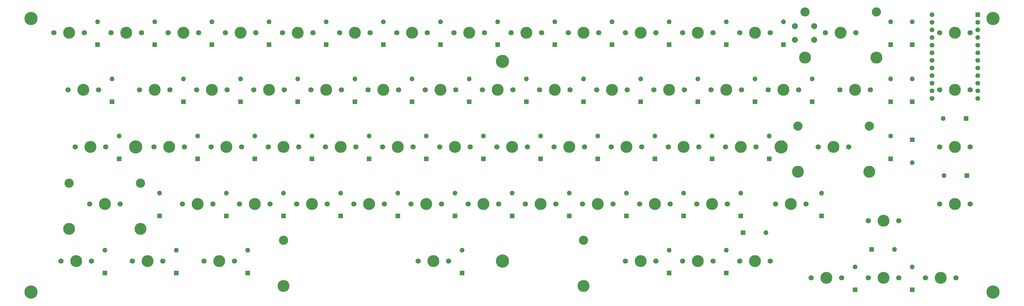
<source format=gbr>
G04 #@! TF.GenerationSoftware,KiCad,Pcbnew,(5.1.12)-1*
G04 #@! TF.CreationDate,2021-12-07T21:11:06+01:00*
G04 #@! TF.ProjectId,zzelia65,7a7a656c-6961-4363-952e-6b696361645f,rev?*
G04 #@! TF.SameCoordinates,Original*
G04 #@! TF.FileFunction,Soldermask,Top*
G04 #@! TF.FilePolarity,Negative*
%FSLAX46Y46*%
G04 Gerber Fmt 4.6, Leading zero omitted, Abs format (unit mm)*
G04 Created by KiCad (PCBNEW (5.1.12)-1) date 2021-12-07 21:11:06*
%MOMM*%
%LPD*%
G01*
G04 APERTURE LIST*
%ADD10C,1.600000*%
%ADD11R,1.600000X1.600000*%
%ADD12O,1.600000X1.600000*%
%ADD13C,4.400000*%
%ADD14C,2.000000*%
%ADD15C,1.750000*%
%ADD16C,3.987800*%
%ADD17C,3.048000*%
G04 APERTURE END LIST*
D10*
X345598750Y-38417500D03*
X345598750Y-40957500D03*
X345598750Y-43497500D03*
X345598750Y-46037500D03*
X345598750Y-48577500D03*
X345598750Y-51117500D03*
X345598750Y-53657500D03*
X345598750Y-56197500D03*
X345598750Y-58737500D03*
X345598750Y-61277500D03*
X345598750Y-63817500D03*
X345598750Y-66357500D03*
X360838750Y-66357500D03*
X360838750Y-63817500D03*
X360838750Y-61277500D03*
X360838750Y-58737500D03*
X360838750Y-56197500D03*
X360838750Y-53657500D03*
X360838750Y-51117500D03*
X360838750Y-48577500D03*
X360838750Y-46037500D03*
X360838750Y-43497500D03*
X360838750Y-40957500D03*
D11*
X360838750Y-38417500D03*
D12*
X110331250Y-97948750D03*
D11*
X110331250Y-105568750D03*
D12*
X191293750Y-59848750D03*
D11*
X191293750Y-67468750D03*
D12*
X129381250Y-97948750D03*
D11*
X129381250Y-105568750D03*
D12*
X115093750Y-59848750D03*
D11*
X115093750Y-67468750D03*
D12*
X167481250Y-97948750D03*
D11*
X167481250Y-105568750D03*
D12*
X338931250Y-87788750D03*
D11*
X338931250Y-80168750D03*
D12*
X210343750Y-59848750D03*
D11*
X210343750Y-67468750D03*
D12*
X72231250Y-59848750D03*
D11*
X72231250Y-67468750D03*
D12*
X172243750Y-59848750D03*
D11*
X172243750Y-67468750D03*
D12*
X188912500Y-116998750D03*
D11*
X188912500Y-124618750D03*
D12*
X281781250Y-97948750D03*
D11*
X281781250Y-105568750D03*
D12*
X272256250Y-78898750D03*
D11*
X272256250Y-86518750D03*
D12*
X119856250Y-78898750D03*
D11*
X119856250Y-86518750D03*
D12*
X308768750Y-97948750D03*
D11*
X308768750Y-105568750D03*
D12*
X338931250Y-122555000D03*
D11*
X338931250Y-130175000D03*
D12*
X290195000Y-111125000D03*
D11*
X282575000Y-111125000D03*
D12*
X257968750Y-116998750D03*
D11*
X257968750Y-124618750D03*
D12*
X153193750Y-59848750D03*
D11*
X153193750Y-67468750D03*
D12*
X291306250Y-78898750D03*
D11*
X291306250Y-86518750D03*
D12*
X96043750Y-59848750D03*
D11*
X96043750Y-67468750D03*
D12*
X296068750Y-40798750D03*
D11*
X296068750Y-48418750D03*
D12*
X267493750Y-59848750D03*
D11*
X267493750Y-67468750D03*
D12*
X286543750Y-59848750D03*
D11*
X286543750Y-67468750D03*
D12*
X248443750Y-59848750D03*
D11*
X248443750Y-67468750D03*
D12*
X205581250Y-97948750D03*
D11*
X205581250Y-105568750D03*
D12*
X277018750Y-40798750D03*
D11*
X277018750Y-48418750D03*
D12*
X224631250Y-97948750D03*
D11*
X224631250Y-105568750D03*
D12*
X93662500Y-116998750D03*
D11*
X93662500Y-124618750D03*
D12*
X88106250Y-97948750D03*
D11*
X88106250Y-105568750D03*
D12*
X100806250Y-78898750D03*
D11*
X100806250Y-86518750D03*
D12*
X319881250Y-122555000D03*
D11*
X319881250Y-130175000D03*
D12*
X69850000Y-116998750D03*
D11*
X69850000Y-124618750D03*
D12*
X117475000Y-116998750D03*
D11*
X117475000Y-124618750D03*
D12*
X253206250Y-78898750D03*
D11*
X253206250Y-86518750D03*
D12*
X234156250Y-78898750D03*
D11*
X234156250Y-86518750D03*
D12*
X215106250Y-78898750D03*
D11*
X215106250Y-86518750D03*
D12*
X338931250Y-40798750D03*
D11*
X338931250Y-48418750D03*
D12*
X229393750Y-59848750D03*
D11*
X229393750Y-67468750D03*
D12*
X338931250Y-59848750D03*
D11*
X338931250Y-67468750D03*
D12*
X196056250Y-78898750D03*
D11*
X196056250Y-86518750D03*
D12*
X177006250Y-78898750D03*
D11*
X177006250Y-86518750D03*
D12*
X277018750Y-116998750D03*
D11*
X277018750Y-124618750D03*
D12*
X157956250Y-78898750D03*
D11*
X157956250Y-86518750D03*
D12*
X67468750Y-40798750D03*
D11*
X67468750Y-48418750D03*
D12*
X331787500Y-78898750D03*
D11*
X331787500Y-86518750D03*
D12*
X349250000Y-73025000D03*
D11*
X356870000Y-73025000D03*
D12*
X134143750Y-59848750D03*
D11*
X134143750Y-67468750D03*
D12*
X333057500Y-116681250D03*
D11*
X325437500Y-116681250D03*
D12*
X262731250Y-97948750D03*
D11*
X262731250Y-105568750D03*
D12*
X349567500Y-92075000D03*
D11*
X357187500Y-92075000D03*
D12*
X138906250Y-78898750D03*
D11*
X138906250Y-86518750D03*
D12*
X243681250Y-97948750D03*
D11*
X243681250Y-105568750D03*
D12*
X305593750Y-59848750D03*
D11*
X305593750Y-67468750D03*
D12*
X74612500Y-78898750D03*
D11*
X74612500Y-86518750D03*
D12*
X148431250Y-97948750D03*
D11*
X148431250Y-105568750D03*
D12*
X331787500Y-59848750D03*
D11*
X331787500Y-67468750D03*
D12*
X331787500Y-40798750D03*
D11*
X331787500Y-48418750D03*
D12*
X186531250Y-97948750D03*
D11*
X186531250Y-105568750D03*
D12*
X238918750Y-40798750D03*
D11*
X238918750Y-48418750D03*
D12*
X219868750Y-40798750D03*
D11*
X219868750Y-48418750D03*
D12*
X200818750Y-40798750D03*
D11*
X200818750Y-48418750D03*
D12*
X181768750Y-40798750D03*
D11*
X181768750Y-48418750D03*
D12*
X162718750Y-40798750D03*
D11*
X162718750Y-48418750D03*
D12*
X143668750Y-40798750D03*
D11*
X143668750Y-48418750D03*
D12*
X124618750Y-40798750D03*
D11*
X124618750Y-48418750D03*
D12*
X105568750Y-40798750D03*
D11*
X105568750Y-48418750D03*
D12*
X86518750Y-40798750D03*
D11*
X86518750Y-48418750D03*
D12*
X257968750Y-40798750D03*
D11*
X257968750Y-48418750D03*
D13*
X80168750Y-82550000D03*
X295275000Y-82550000D03*
X202406250Y-53975000D03*
X202406250Y-120650000D03*
X45243750Y-130968750D03*
X45243750Y-39687500D03*
X365918750Y-39687500D03*
X365918750Y-130968750D03*
D14*
X306300000Y-46750000D03*
X306300000Y-42250000D03*
X299800000Y-46750000D03*
X299800000Y-42250000D03*
D15*
X105886250Y-101600000D03*
X95726250Y-101600000D03*
D16*
X100806250Y-101600000D03*
D15*
X186848750Y-63500000D03*
X176688750Y-63500000D03*
D16*
X181768750Y-63500000D03*
D15*
X124936250Y-101600000D03*
X114776250Y-101600000D03*
D16*
X119856250Y-101600000D03*
D15*
X110648750Y-63500000D03*
X100488750Y-63500000D03*
D16*
X105568750Y-63500000D03*
D15*
X163036250Y-101600000D03*
X152876250Y-101600000D03*
D16*
X157956250Y-101600000D03*
D15*
X334486250Y-107156250D03*
X324326250Y-107156250D03*
D16*
X329406250Y-107156250D03*
D15*
X205898750Y-63500000D03*
X195738750Y-63500000D03*
D16*
X200818750Y-63500000D03*
D15*
X67786250Y-63500000D03*
X57626250Y-63500000D03*
D16*
X62706250Y-63500000D03*
D15*
X167798750Y-63500000D03*
X157638750Y-63500000D03*
D16*
X162718750Y-63500000D03*
X229387400Y-128905000D03*
X129387600Y-128905000D03*
D17*
X229387400Y-113665000D03*
X129387600Y-113665000D03*
D15*
X184467500Y-120650000D03*
X174307500Y-120650000D03*
D16*
X179387500Y-120650000D03*
D15*
X277336250Y-101600000D03*
X267176250Y-101600000D03*
D16*
X272256250Y-101600000D03*
D15*
X267811250Y-82550000D03*
X257651250Y-82550000D03*
D16*
X262731250Y-82550000D03*
D15*
X115411250Y-82550000D03*
X105251250Y-82550000D03*
D16*
X110331250Y-82550000D03*
D15*
X303530000Y-101600000D03*
X293370000Y-101600000D03*
D16*
X298450000Y-101600000D03*
D15*
X353536250Y-126206250D03*
X343376250Y-126206250D03*
D16*
X348456250Y-126206250D03*
D15*
X291623750Y-120650000D03*
X281463750Y-120650000D03*
D16*
X286543750Y-120650000D03*
D15*
X253523750Y-120650000D03*
X243363750Y-120650000D03*
D16*
X248443750Y-120650000D03*
D15*
X148748750Y-63500000D03*
X138588750Y-63500000D03*
D16*
X143668750Y-63500000D03*
D15*
X286861250Y-82550000D03*
X276701250Y-82550000D03*
D16*
X281781250Y-82550000D03*
D15*
X91598750Y-63500000D03*
X81438750Y-63500000D03*
D16*
X86518750Y-63500000D03*
D15*
X291623750Y-44450000D03*
X281463750Y-44450000D03*
D16*
X286543750Y-44450000D03*
D15*
X263048750Y-63500000D03*
X252888750Y-63500000D03*
D16*
X257968750Y-63500000D03*
D15*
X282098750Y-63500000D03*
X271938750Y-63500000D03*
D16*
X277018750Y-63500000D03*
D15*
X243998750Y-63500000D03*
X233838750Y-63500000D03*
D16*
X238918750Y-63500000D03*
D15*
X201136250Y-101600000D03*
X190976250Y-101600000D03*
D16*
X196056250Y-101600000D03*
D15*
X272573750Y-44450000D03*
X262413750Y-44450000D03*
D16*
X267493750Y-44450000D03*
D15*
X220186250Y-101600000D03*
X210026250Y-101600000D03*
D16*
X215106250Y-101600000D03*
D15*
X89217500Y-120650000D03*
X79057500Y-120650000D03*
D16*
X84137500Y-120650000D03*
X81756250Y-109855000D03*
X57943750Y-109855000D03*
D17*
X81756250Y-94615000D03*
X57943750Y-94615000D03*
D15*
X74930000Y-101600000D03*
X64770000Y-101600000D03*
D16*
X69850000Y-101600000D03*
D15*
X315436250Y-126206250D03*
X305276250Y-126206250D03*
D16*
X310356250Y-126206250D03*
D15*
X65405000Y-120650000D03*
X55245000Y-120650000D03*
D16*
X60325000Y-120650000D03*
D15*
X113030000Y-120650000D03*
X102870000Y-120650000D03*
D16*
X107950000Y-120650000D03*
D15*
X248761250Y-82550000D03*
X238601250Y-82550000D03*
D16*
X243681250Y-82550000D03*
D15*
X229711250Y-82550000D03*
X219551250Y-82550000D03*
D16*
X224631250Y-82550000D03*
D15*
X210661250Y-82550000D03*
X200501250Y-82550000D03*
D16*
X205581250Y-82550000D03*
D15*
X358298750Y-44450000D03*
X348138750Y-44450000D03*
D16*
X353218750Y-44450000D03*
D15*
X224948750Y-63500000D03*
X214788750Y-63500000D03*
D16*
X219868750Y-63500000D03*
D15*
X358298750Y-63500000D03*
X348138750Y-63500000D03*
D16*
X353218750Y-63500000D03*
D15*
X191611250Y-82550000D03*
X181451250Y-82550000D03*
D16*
X186531250Y-82550000D03*
D15*
X172561250Y-82550000D03*
X162401250Y-82550000D03*
D16*
X167481250Y-82550000D03*
D15*
X272573750Y-120650000D03*
X262413750Y-120650000D03*
D16*
X267493750Y-120650000D03*
D15*
X153511250Y-82550000D03*
X143351250Y-82550000D03*
D16*
X148431250Y-82550000D03*
D15*
X63023750Y-44450000D03*
X52863750Y-44450000D03*
D16*
X57943750Y-44450000D03*
X324643750Y-90805000D03*
X300831250Y-90805000D03*
D17*
X324643750Y-75565000D03*
X300831250Y-75565000D03*
D15*
X317817500Y-82550000D03*
X307657500Y-82550000D03*
D16*
X312737500Y-82550000D03*
D15*
X358298750Y-82550000D03*
X348138750Y-82550000D03*
D16*
X353218750Y-82550000D03*
D15*
X129698750Y-63500000D03*
X119538750Y-63500000D03*
D16*
X124618750Y-63500000D03*
D15*
X334486250Y-126206250D03*
X324326250Y-126206250D03*
D16*
X329406250Y-126206250D03*
D15*
X258286250Y-101600000D03*
X248126250Y-101600000D03*
D16*
X253206250Y-101600000D03*
D15*
X358298750Y-101600000D03*
X348138750Y-101600000D03*
D16*
X353218750Y-101600000D03*
D15*
X134461250Y-82550000D03*
X124301250Y-82550000D03*
D16*
X129381250Y-82550000D03*
D15*
X239236250Y-101600000D03*
X229076250Y-101600000D03*
D16*
X234156250Y-101600000D03*
D15*
X301148750Y-63500000D03*
X290988750Y-63500000D03*
D16*
X296068750Y-63500000D03*
D15*
X70167500Y-82550000D03*
X60007500Y-82550000D03*
D16*
X65087500Y-82550000D03*
D15*
X143986250Y-101600000D03*
X133826250Y-101600000D03*
D16*
X138906250Y-101600000D03*
D15*
X324961250Y-63500000D03*
X314801250Y-63500000D03*
D16*
X319881250Y-63500000D03*
X327025000Y-52705000D03*
X303212500Y-52705000D03*
D17*
X327025000Y-37465000D03*
X303212500Y-37465000D03*
D15*
X320198750Y-44450000D03*
X310038750Y-44450000D03*
D16*
X315118750Y-44450000D03*
D15*
X182086250Y-101600000D03*
X171926250Y-101600000D03*
D16*
X177006250Y-101600000D03*
D15*
X96361250Y-82550000D03*
X86201250Y-82550000D03*
D16*
X91281250Y-82550000D03*
D15*
X234473750Y-44450000D03*
X224313750Y-44450000D03*
D16*
X229393750Y-44450000D03*
D15*
X215423750Y-44450000D03*
X205263750Y-44450000D03*
D16*
X210343750Y-44450000D03*
D15*
X196373750Y-44450000D03*
X186213750Y-44450000D03*
D16*
X191293750Y-44450000D03*
D15*
X177323750Y-44450000D03*
X167163750Y-44450000D03*
D16*
X172243750Y-44450000D03*
D15*
X158273750Y-44450000D03*
X148113750Y-44450000D03*
D16*
X153193750Y-44450000D03*
D15*
X139223750Y-44450000D03*
X129063750Y-44450000D03*
D16*
X134143750Y-44450000D03*
D15*
X120173750Y-44450000D03*
X110013750Y-44450000D03*
D16*
X115093750Y-44450000D03*
D15*
X101123750Y-44450000D03*
X90963750Y-44450000D03*
D16*
X96043750Y-44450000D03*
D15*
X82073750Y-44450000D03*
X71913750Y-44450000D03*
D16*
X76993750Y-44450000D03*
D15*
X253523750Y-44450000D03*
X243363750Y-44450000D03*
D16*
X248443750Y-44450000D03*
M02*

</source>
